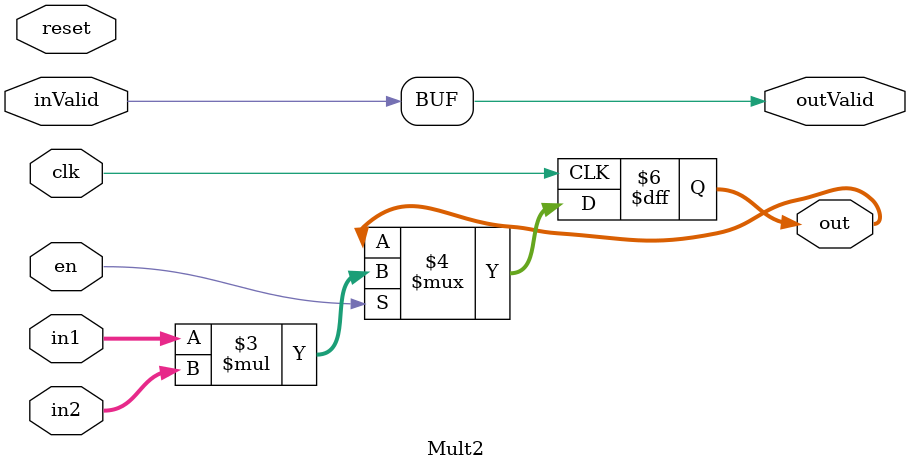
<source format=sv>
module Mult2(in1, in2, inValid, en, clk, reset, out, outValid);
    input [7 : 0] in1, in2;
    input inValid, clk, en, reset;
    output reg [15 : 0] out;
    output wire          outValid;

    always @(posedge clk)begin
        if(en == 1)begin
            out                 <= in1 * in2;
        end
    end

    assign outValid             = inValid;
    
endmodule

</source>
